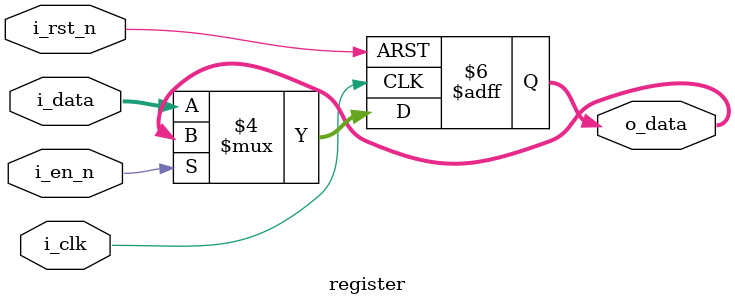
<source format=v>
module register (i_clk, i_data, i_en_n, i_rst_n, o_data);
parameter WIDTH = 32;

input 	  	[WIDTH-1:0] 		i_data;
input 							i_clk,i_en_n,i_rst_n;
output reg 	[WIDTH-1:0] 		o_data;

always @(posedge i_clk, negedge i_rst_n) begin
	if (~i_rst_n) begin
		o_data <= 32'b0;
	end else if(~i_en_n) begin
		o_data <= i_data;
	end
end

endmodule
</source>
